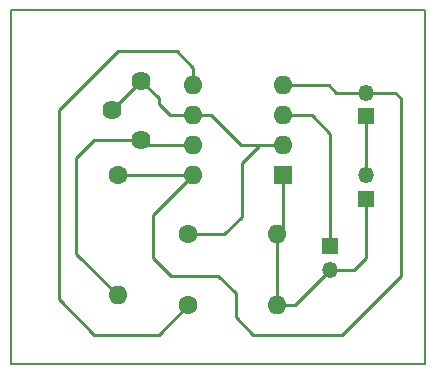
<source format=gbr>
G04 #@! TF.GenerationSoftware,KiCad,Pcbnew,(5.1.10)-1*
G04 #@! TF.CreationDate,2021-06-23T07:40:26+02:00*
G04 #@! TF.ProjectId,inyector-audio,696e7965-6374-46f7-922d-617564696f2e,3.0*
G04 #@! TF.SameCoordinates,Original*
G04 #@! TF.FileFunction,Copper,L2,Bot*
G04 #@! TF.FilePolarity,Positive*
%FSLAX46Y46*%
G04 Gerber Fmt 4.6, Leading zero omitted, Abs format (unit mm)*
G04 Created by KiCad (PCBNEW (5.1.10)-1) date 2021-06-23 07:40:26*
%MOMM*%
%LPD*%
G01*
G04 APERTURE LIST*
G04 #@! TA.AperFunction,Profile*
%ADD10C,0.150000*%
G04 #@! TD*
G04 #@! TA.AperFunction,ComponentPad*
%ADD11R,1.600000X1.600000*%
G04 #@! TD*
G04 #@! TA.AperFunction,ComponentPad*
%ADD12O,1.600000X1.600000*%
G04 #@! TD*
G04 #@! TA.AperFunction,ComponentPad*
%ADD13C,1.600000*%
G04 #@! TD*
G04 #@! TA.AperFunction,ComponentPad*
%ADD14C,1.620000*%
G04 #@! TD*
G04 #@! TA.AperFunction,ComponentPad*
%ADD15R,1.350000X1.350000*%
G04 #@! TD*
G04 #@! TA.AperFunction,ComponentPad*
%ADD16O,1.350000X1.350000*%
G04 #@! TD*
G04 #@! TA.AperFunction,Conductor*
%ADD17C,0.250000*%
G04 #@! TD*
G04 APERTURE END LIST*
D10*
X85000000Y-71000000D02*
X120000000Y-71000000D01*
X85000000Y-101000000D02*
X85000000Y-71000000D01*
X120000000Y-101000000D02*
X85000000Y-101000000D01*
X120000000Y-71000000D02*
X120000000Y-101000000D01*
D11*
X108000000Y-85000000D03*
D12*
X100380000Y-77380000D03*
X108000000Y-82460000D03*
X100380000Y-79920000D03*
X108000000Y-79920000D03*
X100380000Y-82460000D03*
X108000000Y-77380000D03*
X100380000Y-85000000D03*
D13*
X100000000Y-90000000D03*
D12*
X107500000Y-90000000D03*
X107500000Y-96000000D03*
D13*
X100000000Y-96000000D03*
X94000000Y-85000000D03*
D12*
X94000000Y-95160000D03*
D14*
X96000000Y-77000000D03*
X93500000Y-79500000D03*
X96000000Y-82000000D03*
D15*
X115000000Y-80000000D03*
D16*
X115000000Y-78000000D03*
X115000000Y-85000000D03*
D15*
X115000000Y-87000000D03*
X112000000Y-91000000D03*
D16*
X112000000Y-93000000D03*
D17*
X93500000Y-79500000D02*
X96000000Y-77000000D01*
X96000000Y-77000000D02*
X97500000Y-78500000D01*
X97500000Y-78500000D02*
X97500000Y-79000000D01*
X98420000Y-79920000D02*
X100380000Y-79920000D01*
X97500000Y-79000000D02*
X98420000Y-79920000D01*
X100380000Y-79920000D02*
X101920000Y-79920000D01*
X104460000Y-82460000D02*
X108000000Y-82460000D01*
X101920000Y-79920000D02*
X104460000Y-82460000D01*
X100000000Y-90000000D02*
X103000000Y-90000000D01*
X103000000Y-90000000D02*
X104500000Y-88500000D01*
X104500000Y-88500000D02*
X104500000Y-84000000D01*
X104500000Y-84000000D02*
X106000000Y-82500000D01*
X108000000Y-89500000D02*
X107500000Y-90000000D01*
X108000000Y-85000000D02*
X108000000Y-89500000D01*
X107500000Y-90000000D02*
X107500000Y-96000000D01*
X109000000Y-96000000D02*
X112000000Y-93000000D01*
X107500000Y-96000000D02*
X109000000Y-96000000D01*
X115000000Y-92000000D02*
X115000000Y-87000000D01*
X114000000Y-93000000D02*
X115000000Y-92000000D01*
X112000000Y-93000000D02*
X114000000Y-93000000D01*
X100380000Y-77380000D02*
X100380000Y-75880000D01*
X100380000Y-75880000D02*
X99000000Y-74500000D01*
X99000000Y-74500000D02*
X94000000Y-74500000D01*
X94000000Y-74500000D02*
X89000000Y-79500000D01*
X89000000Y-79500000D02*
X89000000Y-95500000D01*
X89000000Y-95500000D02*
X92000000Y-98500000D01*
X97500000Y-98500000D02*
X100000000Y-96000000D01*
X92000000Y-98500000D02*
X97500000Y-98500000D01*
X100380000Y-85000000D02*
X97000000Y-88380000D01*
X97000000Y-88380000D02*
X97000000Y-92000000D01*
X97000000Y-92000000D02*
X98500000Y-93500000D01*
X98500000Y-93500000D02*
X102500000Y-93500000D01*
X102500000Y-93500000D02*
X104000000Y-95000000D01*
X104000000Y-95000000D02*
X104000000Y-97000000D01*
X104000000Y-97000000D02*
X105500000Y-98500000D01*
X105500000Y-98500000D02*
X113000000Y-98500000D01*
X113000000Y-98500000D02*
X118000000Y-93500000D01*
X118000000Y-93500000D02*
X118000000Y-78500000D01*
X117500000Y-78000000D02*
X115000000Y-78000000D01*
X118000000Y-78500000D02*
X117500000Y-78000000D01*
X115000000Y-78000000D02*
X112500000Y-78000000D01*
X111880000Y-77380000D02*
X108000000Y-77380000D01*
X112500000Y-78000000D02*
X111880000Y-77380000D01*
X94000000Y-85000000D02*
X100380000Y-85000000D01*
X108000000Y-79920000D02*
X110420000Y-79920000D01*
X110420000Y-79920000D02*
X112000000Y-81500000D01*
X112000000Y-81500000D02*
X112000000Y-91000000D01*
X96460000Y-82460000D02*
X96000000Y-82000000D01*
X100380000Y-82460000D02*
X96460000Y-82460000D01*
X90500000Y-83500000D02*
X90500000Y-91660000D01*
X92000000Y-82000000D02*
X90500000Y-83500000D01*
X90500000Y-91660000D02*
X94000000Y-95160000D01*
X96000000Y-82000000D02*
X92000000Y-82000000D01*
X115000000Y-85000000D02*
X115000000Y-80000000D01*
M02*

</source>
